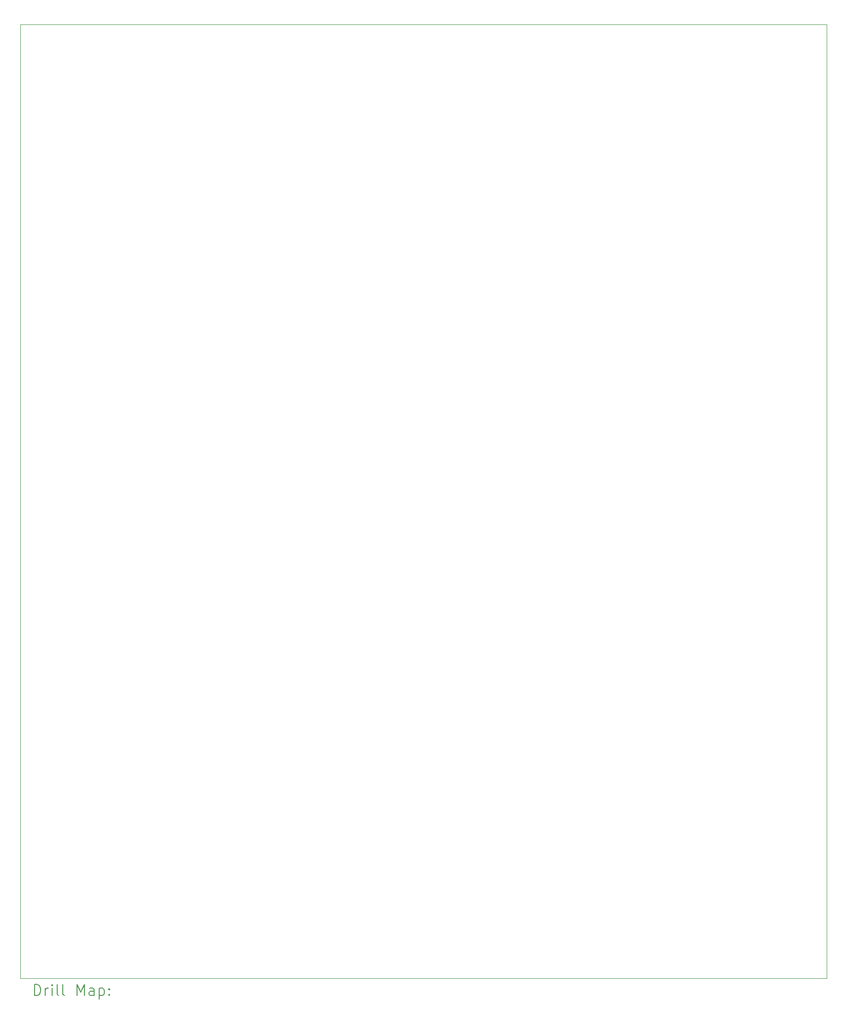
<source format=gbr>
%TF.GenerationSoftware,KiCad,Pcbnew,9.0.4*%
%TF.CreationDate,2025-10-03T19:30:02+02:00*%
%TF.ProjectId,DMH_VCEG_PCB_1,444d485f-5643-4454-975f-5043425f312e,1*%
%TF.SameCoordinates,Original*%
%TF.FileFunction,Drillmap*%
%TF.FilePolarity,Positive*%
%FSLAX45Y45*%
G04 Gerber Fmt 4.5, Leading zero omitted, Abs format (unit mm)*
G04 Created by KiCad (PCBNEW 9.0.4) date 2025-10-03 19:30:02*
%MOMM*%
%LPD*%
G01*
G04 APERTURE LIST*
%ADD10C,0.050000*%
%ADD11C,0.200000*%
G04 APERTURE END LIST*
D10*
X2600000Y-4250000D02*
X17400000Y-4250000D01*
X17400000Y-21750000D01*
X2600000Y-21750000D01*
X2600000Y-4250000D01*
D11*
X2858277Y-22063984D02*
X2858277Y-21863984D01*
X2858277Y-21863984D02*
X2905896Y-21863984D01*
X2905896Y-21863984D02*
X2934467Y-21873508D01*
X2934467Y-21873508D02*
X2953515Y-21892555D01*
X2953515Y-21892555D02*
X2963039Y-21911603D01*
X2963039Y-21911603D02*
X2972562Y-21949698D01*
X2972562Y-21949698D02*
X2972562Y-21978270D01*
X2972562Y-21978270D02*
X2963039Y-22016365D01*
X2963039Y-22016365D02*
X2953515Y-22035412D01*
X2953515Y-22035412D02*
X2934467Y-22054460D01*
X2934467Y-22054460D02*
X2905896Y-22063984D01*
X2905896Y-22063984D02*
X2858277Y-22063984D01*
X3058277Y-22063984D02*
X3058277Y-21930650D01*
X3058277Y-21968746D02*
X3067801Y-21949698D01*
X3067801Y-21949698D02*
X3077324Y-21940174D01*
X3077324Y-21940174D02*
X3096372Y-21930650D01*
X3096372Y-21930650D02*
X3115420Y-21930650D01*
X3182086Y-22063984D02*
X3182086Y-21930650D01*
X3182086Y-21863984D02*
X3172562Y-21873508D01*
X3172562Y-21873508D02*
X3182086Y-21883031D01*
X3182086Y-21883031D02*
X3191610Y-21873508D01*
X3191610Y-21873508D02*
X3182086Y-21863984D01*
X3182086Y-21863984D02*
X3182086Y-21883031D01*
X3305896Y-22063984D02*
X3286848Y-22054460D01*
X3286848Y-22054460D02*
X3277324Y-22035412D01*
X3277324Y-22035412D02*
X3277324Y-21863984D01*
X3410658Y-22063984D02*
X3391610Y-22054460D01*
X3391610Y-22054460D02*
X3382086Y-22035412D01*
X3382086Y-22035412D02*
X3382086Y-21863984D01*
X3639229Y-22063984D02*
X3639229Y-21863984D01*
X3639229Y-21863984D02*
X3705896Y-22006841D01*
X3705896Y-22006841D02*
X3772562Y-21863984D01*
X3772562Y-21863984D02*
X3772562Y-22063984D01*
X3953515Y-22063984D02*
X3953515Y-21959222D01*
X3953515Y-21959222D02*
X3943991Y-21940174D01*
X3943991Y-21940174D02*
X3924943Y-21930650D01*
X3924943Y-21930650D02*
X3886848Y-21930650D01*
X3886848Y-21930650D02*
X3867801Y-21940174D01*
X3953515Y-22054460D02*
X3934467Y-22063984D01*
X3934467Y-22063984D02*
X3886848Y-22063984D01*
X3886848Y-22063984D02*
X3867801Y-22054460D01*
X3867801Y-22054460D02*
X3858277Y-22035412D01*
X3858277Y-22035412D02*
X3858277Y-22016365D01*
X3858277Y-22016365D02*
X3867801Y-21997317D01*
X3867801Y-21997317D02*
X3886848Y-21987793D01*
X3886848Y-21987793D02*
X3934467Y-21987793D01*
X3934467Y-21987793D02*
X3953515Y-21978270D01*
X4048753Y-21930650D02*
X4048753Y-22130650D01*
X4048753Y-21940174D02*
X4067801Y-21930650D01*
X4067801Y-21930650D02*
X4105896Y-21930650D01*
X4105896Y-21930650D02*
X4124943Y-21940174D01*
X4124943Y-21940174D02*
X4134467Y-21949698D01*
X4134467Y-21949698D02*
X4143991Y-21968746D01*
X4143991Y-21968746D02*
X4143991Y-22025889D01*
X4143991Y-22025889D02*
X4134467Y-22044936D01*
X4134467Y-22044936D02*
X4124943Y-22054460D01*
X4124943Y-22054460D02*
X4105896Y-22063984D01*
X4105896Y-22063984D02*
X4067801Y-22063984D01*
X4067801Y-22063984D02*
X4048753Y-22054460D01*
X4229705Y-22044936D02*
X4239229Y-22054460D01*
X4239229Y-22054460D02*
X4229705Y-22063984D01*
X4229705Y-22063984D02*
X4220182Y-22054460D01*
X4220182Y-22054460D02*
X4229705Y-22044936D01*
X4229705Y-22044936D02*
X4229705Y-22063984D01*
X4229705Y-21940174D02*
X4239229Y-21949698D01*
X4239229Y-21949698D02*
X4229705Y-21959222D01*
X4229705Y-21959222D02*
X4220182Y-21949698D01*
X4220182Y-21949698D02*
X4229705Y-21940174D01*
X4229705Y-21940174D02*
X4229705Y-21959222D01*
M02*

</source>
